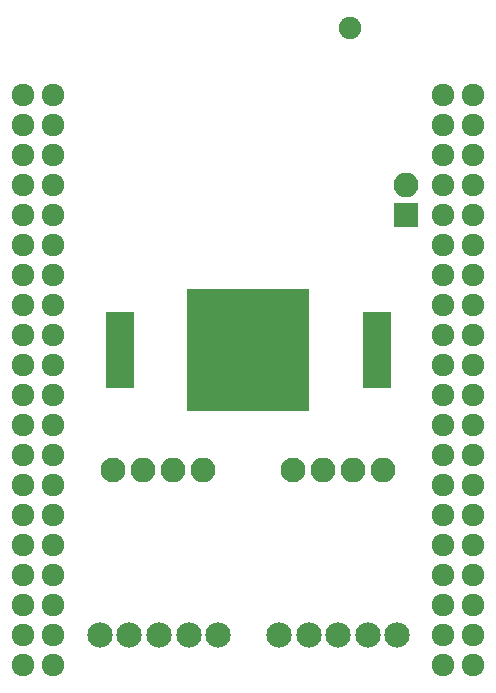
<source format=gbs>
G04 #@! TF.FileFunction,Soldermask,Bot*
%FSLAX46Y46*%
G04 Gerber Fmt 4.6, Leading zero omitted, Abs format (unit mm)*
G04 Created by KiCad (PCBNEW 4.0.5) date Sunday, 26 February 2017 'PMt' 15:03:11*
%MOMM*%
%LPD*%
G01*
G04 APERTURE LIST*
%ADD10C,0.100000*%
%ADD11R,2.100000X2.100000*%
%ADD12O,2.100000X2.100000*%
%ADD13C,2.100000*%
%ADD14R,2.400000X6.400000*%
%ADD15R,10.400000X10.400000*%
%ADD16C,1.900000*%
%ADD17C,2.150000*%
%ADD18C,1.924000*%
G04 APERTURE END LIST*
D10*
D11*
X161825000Y-65640000D03*
D12*
X161825000Y-63100000D03*
D13*
X152300000Y-87230000D03*
D12*
X154840000Y-87230000D03*
X157380000Y-87230000D03*
X159920000Y-87230000D03*
D13*
X137060000Y-87230000D03*
D12*
X139600000Y-87230000D03*
X142140000Y-87230000D03*
X144680000Y-87230000D03*
D14*
X137615000Y-77070000D03*
X159365000Y-77070000D03*
D15*
X148490000Y-77070000D03*
D16*
X157150000Y-49765000D03*
D17*
X151110000Y-101200000D03*
X153610000Y-101200000D03*
X156110000Y-101200000D03*
X158610000Y-101200000D03*
X161110000Y-101200000D03*
X135950000Y-101200000D03*
X138450000Y-101200000D03*
X140950000Y-101200000D03*
X143450000Y-101200000D03*
X145950000Y-101200000D03*
D18*
X129451100Y-55473600D03*
X131991100Y-55473600D03*
X129451100Y-58013600D03*
X131991100Y-58013600D03*
X129451100Y-60553600D03*
X131991100Y-60553600D03*
X129451100Y-63093600D03*
X131991100Y-63093600D03*
X129451100Y-65633600D03*
X131991100Y-65633600D03*
X129451100Y-68173600D03*
X131991100Y-68173600D03*
X129451100Y-70713600D03*
X131991100Y-70713600D03*
X129451100Y-73253600D03*
X131991100Y-73253600D03*
X129451100Y-75793600D03*
X131991100Y-75793600D03*
X129451100Y-78333600D03*
X131991100Y-78333600D03*
X129451100Y-80873600D03*
X131991100Y-80873600D03*
X129451100Y-83413600D03*
X131991100Y-83413600D03*
X129451100Y-85953600D03*
X131991100Y-85953600D03*
X129451100Y-88493600D03*
X131991100Y-88493600D03*
X129451100Y-91033600D03*
X131991100Y-91033600D03*
X129451100Y-93573600D03*
X131991100Y-93573600D03*
X129451100Y-96113600D03*
X131991100Y-96113600D03*
X129451100Y-98653600D03*
X131991100Y-98653600D03*
X129451100Y-101193600D03*
X131991100Y-101193600D03*
X129451100Y-103733600D03*
X131991100Y-103733600D03*
X165011100Y-55473600D03*
X167551100Y-55473600D03*
X165011100Y-58013600D03*
X167551100Y-58013600D03*
X165011100Y-60553600D03*
X167551100Y-60553600D03*
X165011100Y-63093600D03*
X167551100Y-63093600D03*
X165011100Y-65633600D03*
X167551100Y-65633600D03*
X165011100Y-68173600D03*
X167551100Y-68173600D03*
X165011100Y-70713600D03*
X167551100Y-70713600D03*
X165011100Y-73253600D03*
X167551100Y-73253600D03*
X165011100Y-75793600D03*
X167551100Y-75793600D03*
X165011100Y-78333600D03*
X167551100Y-78333600D03*
X165011100Y-80873600D03*
X167551100Y-80873600D03*
X165011100Y-83413600D03*
X167551100Y-83413600D03*
X165011100Y-85953600D03*
X167551100Y-85953600D03*
X165011100Y-88493600D03*
X167551100Y-88493600D03*
X165011100Y-91033600D03*
X167551100Y-91033600D03*
X165011100Y-93573600D03*
X167551100Y-93573600D03*
X165011100Y-96113600D03*
X167551100Y-96113600D03*
X165011100Y-98653600D03*
X167551100Y-98653600D03*
X165011100Y-101193600D03*
X167551100Y-101193600D03*
X165011100Y-103733600D03*
X167551100Y-103733600D03*
M02*

</source>
